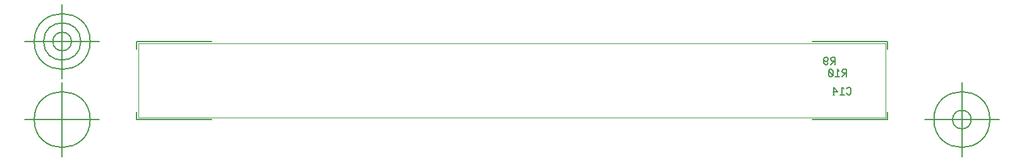
<source format=gbr>
G04 Generated by Ultiboard 14.2 *
%FSLAX46Y46*%
%MOIN*%

%ADD10C,0.000001*%
%ADD11C,0.006124*%
%ADD12C,0.005000*%
%ADD13C,0.000039*%


G04 ColorRGB FF14FF for the following layer *
%LN_uc54e1d53705c425e955c42*%
%LPD*%
G54D10*
G54D11*
X3731081Y216693D02*
X3731081Y256063D01*
X3715402Y256063D01*
X3707563Y248189D01*
X3707563Y244252D01*
X3715402Y236378D01*
X3731081Y236378D01*
X3727161Y236378D02*
X3707563Y216693D01*
X3691885Y248189D02*
X3684046Y256063D01*
X3684046Y216693D01*
X3695805Y216693D02*
X3672288Y216693D01*
X3660529Y248189D02*
X3652690Y256063D01*
X3644851Y256063D01*
X3637012Y248189D01*
X3637012Y224567D01*
X3644851Y216693D01*
X3652690Y216693D01*
X3660529Y224567D01*
X3660529Y248189D01*
X3637012Y248189D02*
X3660529Y224567D01*
X3671632Y281811D02*
X3671632Y321181D01*
X3655954Y321181D01*
X3648115Y313307D01*
X3648115Y309370D01*
X3655954Y301496D01*
X3671632Y301496D01*
X3667712Y301496D02*
X3648115Y281811D01*
X3636356Y289685D02*
X3628517Y281811D01*
X3620678Y281811D01*
X3612839Y289685D01*
X3612839Y305433D01*
X3612839Y313307D01*
X3620678Y321181D01*
X3628517Y321181D01*
X3636356Y313307D01*
X3636356Y305433D01*
X3628517Y297559D01*
X3620678Y297559D01*
X3612839Y305433D01*
X3732563Y129567D02*
X3740402Y121693D01*
X3748241Y121693D01*
X3756081Y129567D01*
X3756081Y153189D01*
X3748241Y161063D01*
X3740402Y161063D01*
X3732563Y153189D01*
X3716885Y153189D02*
X3709046Y161063D01*
X3709046Y121693D01*
X3720805Y121693D02*
X3697288Y121693D01*
X3662012Y137441D02*
X3685529Y137441D01*
X3665932Y161063D01*
X3665932Y121693D01*
X3669851Y121693D02*
X3662012Y121693D01*
G54D12*
X-10000Y-10000D02*
X-10000Y31370D01*
X-10000Y-10000D02*
X385701Y-10000D01*
X3947008Y-10000D02*
X3551307Y-10000D01*
X3947008Y-10000D02*
X3947008Y31370D01*
X3947008Y403701D02*
X3947008Y362331D01*
X3947008Y403701D02*
X3551307Y403701D01*
X-10000Y403701D02*
X385701Y403701D01*
X-10000Y403701D02*
X-10000Y362331D01*
X-206850Y-10000D02*
X-600551Y-10000D01*
X-403701Y-206850D02*
X-403701Y186850D01*
X-551339Y-10000D02*
G75*
D01*
G02X-551339Y-10000I147638J0*
G01*
X4143858Y-10000D02*
X4537559Y-10000D01*
X4340709Y-206850D02*
X4340709Y186850D01*
X4193071Y-10000D02*
G75*
D01*
G02X4193071Y-10000I147638J0*
G01*
X4291496Y-10000D02*
G75*
D01*
G02X4291496Y-10000I49213J0*
G01*
X-206850Y403701D02*
X-600551Y403701D01*
X-403701Y206850D02*
X-403701Y600551D01*
X-551339Y403701D02*
G75*
D01*
G02X-551339Y403701I147638J0*
G01*
X-502126Y403701D02*
G75*
D01*
G02X-502126Y403701I98425J0*
G01*
X-452913Y403701D02*
G75*
D01*
G02X-452913Y403701I49212J0*
G01*
X-10000Y-10000D02*
X-10000Y31370D01*
X-10000Y-10000D02*
X385701Y-10000D01*
X3947008Y-10000D02*
X3551307Y-10000D01*
X3947008Y-10000D02*
X3947008Y31370D01*
X3947008Y403701D02*
X3947008Y362331D01*
X3947008Y403701D02*
X3551307Y403701D01*
X-10000Y403701D02*
X385701Y403701D01*
X-10000Y403701D02*
X-10000Y362331D01*
X-206850Y-10000D02*
X-600551Y-10000D01*
X-403701Y-206850D02*
X-403701Y186850D01*
X-551339Y-10000D02*
G75*
D01*
G02X-551339Y-10000I147638J0*
G01*
X4143858Y-10000D02*
X4537559Y-10000D01*
X4340709Y-206850D02*
X4340709Y186850D01*
X4193071Y-10000D02*
G75*
D01*
G02X4193071Y-10000I147638J0*
G01*
X4291496Y-10000D02*
G75*
D01*
G02X4291496Y-10000I49213J0*
G01*
X-206850Y403701D02*
X-600551Y403701D01*
X-403701Y206850D02*
X-403701Y600551D01*
X-551339Y403701D02*
G75*
D01*
G02X-551339Y403701I147638J0*
G01*
X-502126Y403701D02*
G75*
D01*
G02X-502126Y403701I98425J0*
G01*
X-452913Y403701D02*
G75*
D01*
G02X-452913Y403701I49212J0*
G01*
G54D13*
X0Y0D02*
X3937008Y0D01*
X3937008Y393701D01*
X0Y393701D01*
X0Y0D01*

M02*

</source>
